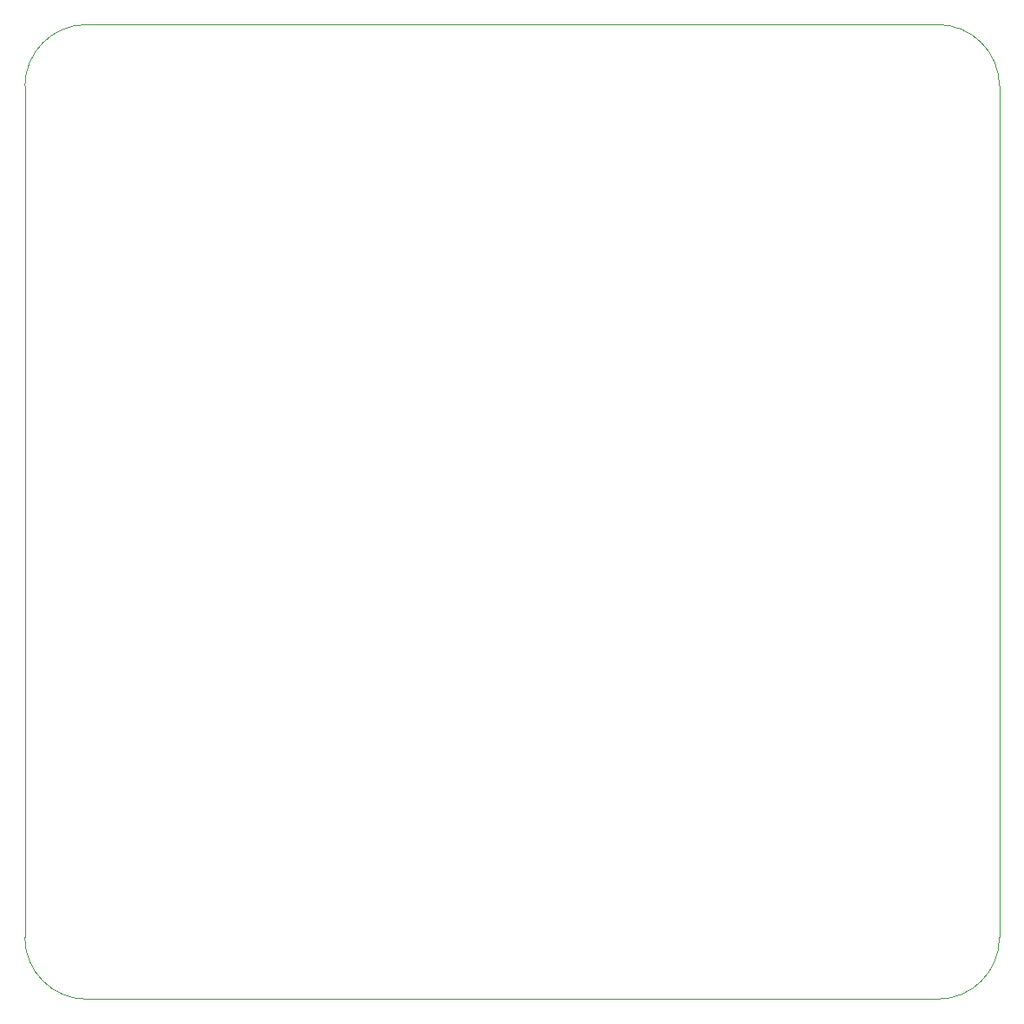
<source format=gbr>
G04 (created by PCBNEW (2013-05-31 BZR 4019)-stable) date 6/28/2014 2:43:39 PM*
%MOIN*%
G04 Gerber Fmt 3.4, Leading zero omitted, Abs format*
%FSLAX34Y34*%
G01*
G70*
G90*
G04 APERTURE LIST*
%ADD10C,0.00590551*%
%ADD11C,0.00393701*%
G04 APERTURE END LIST*
G54D10*
G54D11*
X0Y-35039D02*
X0Y-2362D01*
X35039Y-37401D02*
X2362Y-37401D01*
X37401Y-2362D02*
X37401Y-35039D01*
X2362Y0D02*
X35039Y0D01*
X0Y-35039D02*
G75*
G03X2362Y-37401I2362J0D01*
G74*
G01*
X35039Y-37401D02*
G75*
G03X37401Y-35039I0J2362D01*
G74*
G01*
X37401Y-2362D02*
G75*
G03X35039Y0I-2362J0D01*
G74*
G01*
X2362Y0D02*
G75*
G03X0Y-2362I0J-2362D01*
G74*
G01*
M02*

</source>
